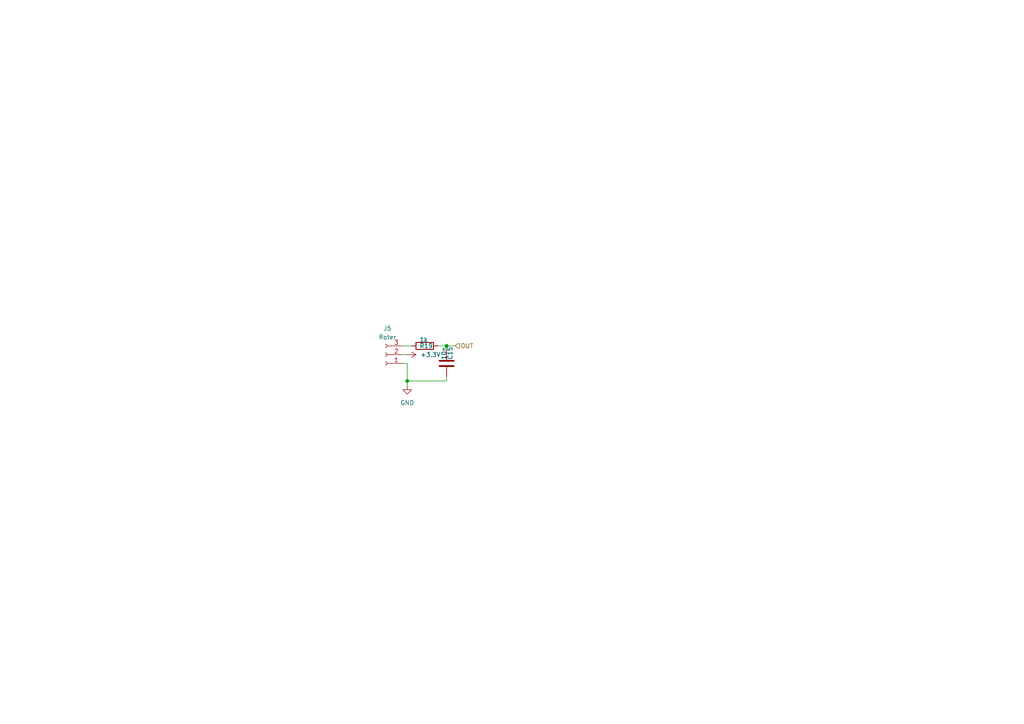
<source format=kicad_sch>
(kicad_sch (version 20250114) (generator "eeschema") (generator_version "9.0")
  (paper "A4")
  (lib_symbols
    (symbol "Connector:Conn_01x03_Socket" (pin_names (offset 1.016) (hide yes))
      (property "Reference" "J" (at 0 5.08 0))
      (property "Value" "Conn_01x03_Socket" (at 0 -5.08 0))
      (symbol "Conn_01x03_Socket_1_1"
        (polyline (pts (xy -1.27 2.54) (xy -0.508 2.54)) (stroke (width 0.1524)))
        (polyline (pts (xy -1.27 0) (xy -0.508 0)) (stroke (width 0.1524)))
        (polyline (pts (xy -1.27 -2.54) (xy -0.508 -2.54)) (stroke (width 0.1524)))
        (arc (start 0 2.032) (mid -0.5058 2.54) (end 0 3.048) (stroke (width 0.1524)))
        (arc (start 0 -0.508) (mid -0.5058 0) (end 0 0.508) (stroke (width 0.1524)))
        (arc (start 0 -3.048) (mid -0.5058 -2.54) (end 0 -2.032) (stroke (width 0.1524)))
        (pin passive line (at -5.08 2.54 0) (length 3.81) (name "Pin_1") (number "1"))
        (pin passive line (at -5.08 0 0) (length 3.81) (name "Pin_2") (number "2"))
        (pin passive line (at -5.08 -2.54 0) (length 3.81) (name "Pin_3") (number "3"))
      )
    )
    (symbol "Device:C" (pin_numbers (hide yes)) (pin_names (offset 0.254))
      (property "Reference" "C" (at 0.635 2.54 0))
      (property "Value" "C" (at 0.635 -2.54 0))
      (symbol "C_0_1"
        (polyline (pts (xy -2.032 0.762) (xy 2.032 0.762)) (stroke (width 0.508)))
        (polyline (pts (xy -2.032 -0.762) (xy 2.032 -0.762)) (stroke (width 0.508)))
      )
      (symbol "C_1_1"
        (pin passive line (at 0 3.81 270) (length 2.794) (name "~") (number "1"))
        (pin passive line (at 0 -3.81 90) (length 2.794) (name "~") (number "2"))
      )
    )
    (symbol "Device:R" (pin_numbers (hide yes)) (pin_names (offset 0))
      (property "Reference" "R" (at 2.032 0 90))
      (property "Value" "R" (at 0 0 90))
      (symbol "R_0_1"
        (rectangle (start -1.016 -2.54) (end 1.016 2.54) (stroke (width 0.254)))
      )
      (symbol "R_1_1"
        (pin passive line (at 0 3.81 270) (length 1.27) (name "~") (number "1"))
        (pin passive line (at 0 -3.81 90) (length 1.27) (name "~") (number "2"))
      )
    )
    (symbol "power:+3.3V" (power) (pin_numbers (hide yes)) (pin_names (offset 0) (hide yes))
      (property "Value" "+3.3V" (at 0 3.556 0))
      (symbol "+3.3V_0_1"
        (polyline (pts (xy -0.762 1.27) (xy 0 2.54)))
        (polyline (pts (xy 0 2.54) (xy 0.762 1.27)))
        (polyline (pts (xy 0 0) (xy 0 2.54)))
      )
      (symbol "+3.3V_1_1"
        (pin power_in line (at 0 0 90) (length 0) (name "~") (number "1"))
      )
    )
    (symbol "power:GND" (power) (pin_numbers (hide yes)) (pin_names (offset 0) (hide yes))
      (property "Value" "GND" (at 0 -3.81 0))
      (symbol "GND_0_1"
        (polyline (pts (xy 0 0) (xy 0 -1.27) (xy 1.27 -1.27) (xy 0 -2.54) (xy -1.27 -1.27) (xy 0 -1.27)))
      )
      (symbol "GND_1_1"
        (pin power_in line (at 0 0 270) (length 0) (name "~") (number "1"))
      )
    )
  )
  (junction (at 129.54 100.33))
  (junction (at 118.11 110.49))
  (wire (pts (xy 118.11 105.41) (xy 118.11 110.49)))
  (wire (pts (xy 116.84 105.41) (xy 118.11 105.41)))
  (wire (pts (xy 129.54 100.33) (xy 129.54 101.6)))
  (wire (pts (xy 118.11 110.49) (xy 129.54 110.49)))
  (wire (pts (xy 129.54 100.33) (xy 132.08 100.33)))
  (wire (pts (xy 127 100.33) (xy 129.54 100.33)))
  (wire (pts (xy 129.54 109.22) (xy 129.54 110.49)))
  (wire (pts (xy 116.84 100.33) (xy 119.38 100.33)))
  (wire (pts (xy 118.11 110.49) (xy 118.11 111.76)))
  (wire (pts (xy 118.11 102.87) (xy 116.84 102.87)))
  (hierarchical_label "OUT" (shape input) (at 132.08 100.33 0))
  (symbol (lib_id "Device:C") (at 129.54 105.41 0) (unit 1)
    (property "Reference" "C15" (at 130.556 104.394 90) (effects (justify left)))
    (property "Value" "10n" (at 128.778 104.394 90) (effects (justify left)))
    (property "Footprint" "Capacitor_SMD:C_0603_1608Metric" (effects (hide yes)))
    (property "Description" "Unpolarized capacitor" (effects (hide yes)))
  )
  (symbol (lib_id "power:+3.3V") (at 118.11 102.87 270) (unit 1)
    (property "Reference" "#PWR064" (effects (hide yes)))
    (property "Value" "+3.3V" (at 121.92 102.87 90) (effects (justify left)))
    (property "Description" "Power symbol creates a global label with name \"+3.3V\"" (effects (hide yes)))
  )
  (symbol (lib_id "Connector:Conn_01x03_Socket") (at 111.76 102.87 180) (unit 1)
    (property "Reference" "J5" (at 112.395 95.25 0))
    (property "Value" "Roter" (at 112.395 97.79 0))
    (property "Footprint" "Connector_PinHeader_2.54mm:PinHeader_1x03_P2.54mm_Vertical" (effects (hide yes)))
    (property "Description" "Generic connector, single row, 01x03, script generated" (effects (hide yes)))
  )
  (symbol (lib_id "power:GND") (at 118.11 111.76 0) (unit 1)
    (property "Reference" "#PWR065" (effects (hide yes)))
    (property "Value" "GND" (at 118.11 116.84 0))
    (property "Description" "Power symbol creates a global label with name \"GND\" , ground" (effects (hide yes)))
  )
  (symbol (lib_id "Device:R") (at 123.19 100.33 270) (unit 1)
    (property "Reference" "R19" (at 121.666 100.33 90) (effects (justify left)))
    (property "Value" "1k" (at 121.666 98.552 90) (effects (justify left)))
    (property "Footprint" "Resistor_SMD:R_0603_1608Metric" (effects (hide yes)))
    (property "Description" "Resistor" (effects (hide yes)))
  )
)
</source>
